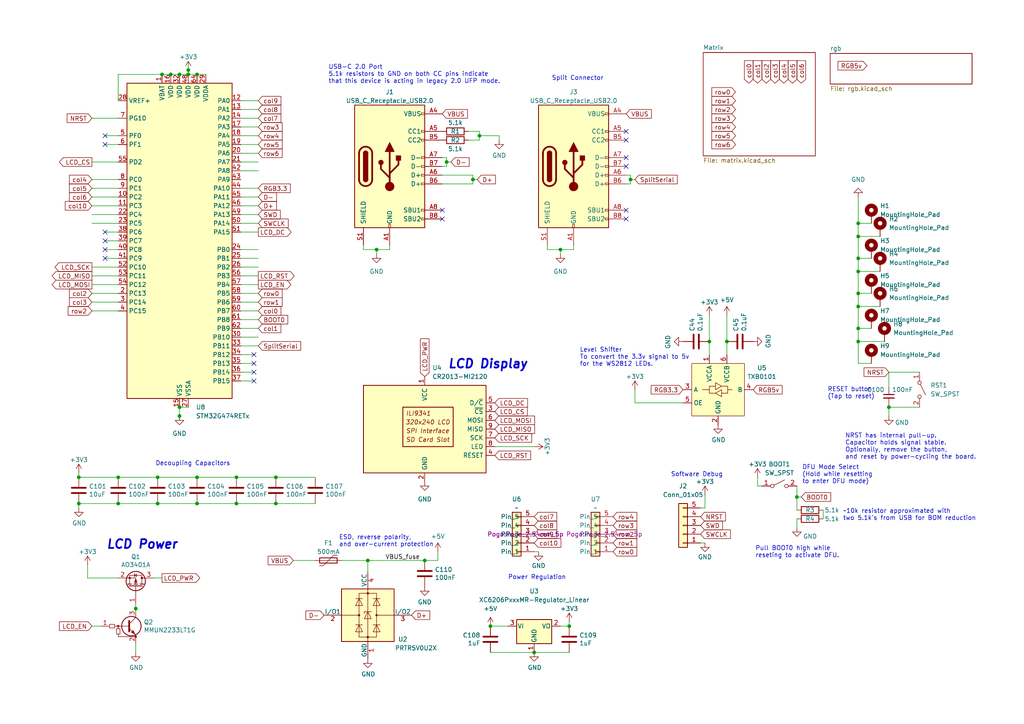
<source format=kicad_sch>
(kicad_sch (version 20231120) (generator "eeschema") (generator_version "8.0")
  (paper "A4")
  (junction (at 248.92 74.93))
  (junction (at 205.74 99.06))
  (junction (at 22.86 138.43))
  (junction (at 162.56 72.39))
  (junction (at 34.29 146.05))
  (junction (at 139.065 39.37))
  (junction (at 45.72 138.43))
  (junction (at 68.58 138.43))
  (junction (at 52.07 118.11))
  (junction (at 57.15 146.05))
  (junction (at 54.61 20.32))
  (junction (at 22.86 146.05))
  (junction (at 137.16 52.07))
  (junction (at 129.54 46.99))
  (junction (at 248.92 95.25))
  (junction (at 106.68 162.56))
  (junction (at 34.29 138.43))
  (junction (at 57.15 138.43))
  (junction (at 57.15 21.59))
  (junction (at 248.92 78.74))
  (junction (at 248.92 64.77))
  (junction (at 68.58 146.05))
  (junction (at 248.92 88.9))
  (junction (at 52.07 21.59))
  (junction (at 231.14 144.145))
  (junction (at 52.07 120.65))
  (junction (at 210.82 99.06))
  (junction (at 49.53 21.59))
  (junction (at 248.92 85.09))
  (junction (at 54.61 21.59))
  (junction (at 154.94 189.23) (diameter 0.9144))
  (junction (at 123.19 162.56))
  (junction (at 80.01 138.43))
  (junction (at 46.99 21.59))
  (junction (at 39.37 176.53))
  (junction (at 257.81 118.11))
  (junction (at 165.1 181.61))
  (junction (at 45.72 146.05))
  (junction (at 248.92 99.06))
  (junction (at 80.01 146.05))
  (junction (at 109.22 72.39))
  (junction (at 248.92 68.58))
  (junction (at 142.24 181.61))
  (junction (at 182.88 52.07))
  (no_connect (at 30.48 67.31))
  (no_connect (at 73.66 110.49))
  (no_connect (at 181.61 48.26))
  (no_connect (at 128.27 60.96))
  (no_connect (at 30.48 39.37))
  (no_connect (at 181.61 63.5))
  (no_connect (at 73.66 102.87))
  (no_connect (at 30.48 41.91))
  (no_connect (at 128.27 63.5))
  (no_connect (at 30.48 74.93))
  (no_connect (at 181.61 38.1))
  (no_connect (at 181.61 40.64))
  (no_connect (at 181.61 45.72))
  (no_connect (at 30.48 69.85))
  (no_connect (at 181.61 60.96))
  (no_connect (at 73.66 105.41))
  (no_connect (at 30.48 72.39))
  (no_connect (at 73.66 107.95))
  (wire (pts (xy 69.85 46.99) (xy 74.93 46.99)))
  (wire (pts (xy 74.93 90.17) (xy 69.85 90.17)))
  (wire (pts (xy 248.92 88.9) (xy 248.92 85.09)))
  (wire (pts (xy 49.53 21.59) (xy 52.07 21.59)))
  (wire (pts (xy 52.07 21.59) (xy 54.61 21.59)))
  (wire (pts (xy 123.19 162.56) (xy 127 162.56)))
  (wire (pts (xy 248.92 95.25) (xy 248.92 88.9)))
  (wire (pts (xy 30.48 74.93) (xy 34.29 74.93)))
  (wire (pts (xy 34.29 146.05) (xy 22.86 146.05)))
  (wire (pts (xy 74.93 74.93) (xy 69.85 74.93)))
  (wire (pts (xy 69.85 67.31) (xy 74.93 67.31)))
  (wire (pts (xy 162.56 73.66) (xy 162.56 72.39)))
  (wire (pts (xy 39.37 176.53) (xy 39.37 177.8)))
  (wire (pts (xy 248.92 57.15) (xy 248.92 64.77)))
  (wire (pts (xy 39.37 175.26) (xy 39.37 176.53)))
  (wire (pts (xy 127 160.02) (xy 127 162.56)))
  (wire (pts (xy 129.54 45.72) (xy 129.54 46.99)))
  (wire (pts (xy 144.78 39.37) (xy 144.78 40.64)))
  (wire (pts (xy 45.72 146.05) (xy 57.15 146.05)))
  (wire (pts (xy 205.74 91.44) (xy 205.74 99.06)))
  (wire (pts (xy 30.48 41.91) (xy 34.29 41.91)))
  (wire (pts (xy 248.92 74.93) (xy 248.92 68.58)))
  (wire (pts (xy 69.85 44.45) (xy 74.93 44.45)))
  (wire (pts (xy 248.92 78.74) (xy 248.92 74.93)))
  (wire (pts (xy 137.16 53.34) (xy 137.16 52.07)))
  (wire (pts (xy 128.27 50.8) (xy 137.16 50.8)))
  (wire (pts (xy 54.61 21.59) (xy 57.15 21.59)))
  (wire (pts (xy 69.85 92.71) (xy 74.93 92.71)))
  (wire (pts (xy 57.15 138.43) (xy 68.58 138.43)))
  (wire (pts (xy 26.67 59.69) (xy 34.29 59.69)))
  (wire (pts (xy 74.93 82.55) (xy 69.85 82.55)))
  (wire (pts (xy 204.47 143.51) (xy 204.47 147.32)))
  (wire (pts (xy 57.15 21.59) (xy 59.69 21.59)))
  (wire (pts (xy 30.48 67.31) (xy 34.29 67.31)))
  (wire (pts (xy 184.15 116.84) (xy 198.12 116.84)))
  (wire (pts (xy 26.67 77.47) (xy 34.29 77.47)))
  (wire (pts (xy 26.67 64.77) (xy 34.29 64.77)))
  (wire (pts (xy 69.85 57.15) (xy 74.93 57.15)))
  (wire (pts (xy 139.065 40.64) (xy 139.065 39.37)))
  (wire (pts (xy 248.92 99.06) (xy 248.92 105.41)))
  (wire (pts (xy 248.92 105.41) (xy 252.73 105.41)))
  (wire (pts (xy 26.67 80.01) (xy 34.29 80.01)))
  (wire (pts (xy 52.07 118.11) (xy 54.61 118.11)))
  (wire (pts (xy 74.93 87.63) (xy 69.85 87.63)))
  (wire (pts (xy 158.75 72.39) (xy 162.56 72.39)))
  (wire (pts (xy 69.85 54.61) (xy 74.93 54.61)))
  (wire (pts (xy 25.4 163.83) (xy 25.4 167.64)))
  (wire (pts (xy 69.85 41.91) (xy 74.93 41.91)))
  (wire (pts (xy 154.94 189.23) (xy 165.1 189.23)))
  (wire (pts (xy 231.14 140.97) (xy 231.14 144.145)))
  (wire (pts (xy 74.93 85.09) (xy 69.85 85.09)))
  (wire (pts (xy 248.92 78.74) (xy 255.27 78.74)))
  (wire (pts (xy 139.065 39.37) (xy 144.78 39.37)))
  (wire (pts (xy 57.15 146.05) (xy 68.58 146.05)))
  (wire (pts (xy 165.1 180.34) (xy 165.1 181.61)))
  (wire (pts (xy 69.85 49.53) (xy 74.93 49.53)))
  (wire (pts (xy 248.92 95.25) (xy 248.92 99.06)))
  (wire (pts (xy 69.85 29.21) (xy 74.93 29.21)))
  (wire (pts (xy 69.85 110.49) (xy 73.66 110.49)))
  (wire (pts (xy 204.47 147.32) (xy 203.2 147.32)))
  (wire (pts (xy 26.67 62.23) (xy 34.29 62.23)))
  (wire (pts (xy 181.61 50.8) (xy 182.88 50.8)))
  (wire (pts (xy 69.85 64.77) (xy 74.93 64.77)))
  (wire (pts (xy 30.48 72.39) (xy 34.29 72.39)))
  (wire (pts (xy 128.27 53.34) (xy 137.16 53.34)))
  (wire (pts (xy 26.67 46.99) (xy 34.29 46.99)))
  (wire (pts (xy 69.85 31.75) (xy 74.93 31.75)))
  (wire (pts (xy 39.37 186.69) (xy 39.37 189.23)))
  (wire (pts (xy 69.85 34.29) (xy 74.93 34.29)))
  (wire (pts (xy 238.76 147.955) (xy 238.76 150.495)))
  (wire (pts (xy 34.29 29.21) (xy 34.29 21.59)))
  (wire (pts (xy 129.54 46.99) (xy 129.54 48.26)))
  (wire (pts (xy 68.58 146.05) (xy 80.01 146.05)))
  (wire (pts (xy 184.15 116.84) (xy 184.15 113.03)))
  (wire (pts (xy 45.72 138.43) (xy 34.29 138.43)))
  (wire (pts (xy 210.82 91.44) (xy 210.82 99.06)))
  (wire (pts (xy 256.54 99.06) (xy 248.92 99.06)))
  (wire (pts (xy 52.07 120.65) (xy 52.07 121.92)))
  (wire (pts (xy 142.24 181.61) (xy 147.32 181.61)))
  (wire (pts (xy 45.72 138.43) (xy 57.15 138.43)))
  (wire (pts (xy 34.29 138.43) (xy 22.86 138.43)))
  (wire (pts (xy 162.56 181.61) (xy 165.1 181.61)))
  (wire (pts (xy 85.09 162.56) (xy 91.44 162.56)))
  (wire (pts (xy 257.81 107.95) (xy 257.81 112.395)))
  (wire (pts (xy 46.99 21.59) (xy 49.53 21.59)))
  (wire (pts (xy 69.85 39.37) (xy 74.93 39.37)))
  (wire (pts (xy 231.14 144.145) (xy 231.14 147.955)))
  (wire (pts (xy 69.85 100.33) (xy 74.93 100.33)))
  (wire (pts (xy 68.58 138.43) (xy 80.01 138.43)))
  (wire (pts (xy 29.21 181.61) (xy 26.67 181.61)))
  (wire (pts (xy 128.27 48.26) (xy 129.54 48.26)))
  (wire (pts (xy 182.88 52.07) (xy 184.15 52.07)))
  (wire (pts (xy 231.14 150.495) (xy 231.14 153.035)))
  (wire (pts (xy 257.81 107.95) (xy 266.7 107.95)))
  (wire (pts (xy 158.75 71.12) (xy 158.75 72.39)))
  (wire (pts (xy 74.93 97.79) (xy 69.85 97.79)))
  (wire (pts (xy 80.01 146.05) (xy 91.44 146.05)))
  (wire (pts (xy 257.81 118.11) (xy 266.7 118.11)))
  (wire (pts (xy 113.03 72.39) (xy 113.03 71.12)))
  (wire (pts (xy 137.16 50.8) (xy 137.16 52.07)))
  (wire (pts (xy 203.2 157.48) (xy 204.47 157.48)))
  (wire (pts (xy 248.92 88.9) (xy 255.27 88.9)))
  (wire (pts (xy 105.41 72.39) (xy 109.22 72.39)))
  (wire (pts (xy 106.68 162.56) (xy 123.19 162.56)))
  (wire (pts (xy 182.88 53.34) (xy 182.88 52.07)))
  (wire (pts (xy 248.92 64.77) (xy 252.73 64.77)))
  (wire (pts (xy 69.85 102.87) (xy 73.66 102.87)))
  (wire (pts (xy 231.14 144.145) (xy 232.41 144.145)))
  (wire (pts (xy 69.85 62.23) (xy 74.93 62.23)))
  (wire (pts (xy 129.54 46.99) (xy 130.81 46.99)))
  (wire (pts (xy 54.61 17.78) (xy 54.61 20.32)))
  (wire (pts (xy 26.67 90.17) (xy 34.29 90.17)))
  (wire (pts (xy 137.16 52.07) (xy 138.43 52.07)))
  (wire (pts (xy 26.67 82.55) (xy 34.29 82.55)))
  (wire (pts (xy 182.88 50.8) (xy 182.88 52.07)))
  (wire (pts (xy 26.67 54.61) (xy 34.29 54.61)))
  (wire (pts (xy 154.94 189.23) (xy 142.24 189.23)))
  (wire (pts (xy 69.85 107.95) (xy 73.66 107.95)))
  (wire (pts (xy 26.67 52.07) (xy 34.29 52.07)))
  (wire (pts (xy 154.94 160.02) (xy 156.21 160.02)))
  (wire (pts (xy 74.93 72.39) (xy 69.85 72.39)))
  (wire (pts (xy 80.01 138.43) (xy 91.44 138.43)))
  (wire (pts (xy 30.48 39.37) (xy 34.29 39.37)))
  (wire (pts (xy 128.27 45.72) (xy 129.54 45.72)))
  (wire (pts (xy 74.93 77.47) (xy 69.85 77.47)))
  (wire (pts (xy 220.98 140.97) (xy 219.71 140.97)))
  (wire (pts (xy 109.22 72.39) (xy 113.03 72.39)))
  (wire (pts (xy 69.85 59.69) (xy 74.93 59.69)))
  (wire (pts (xy 74.93 95.25) (xy 69.85 95.25)))
  (wire (pts (xy 248.92 68.58) (xy 255.27 68.58)))
  (wire (pts (xy 205.74 99.06) (xy 205.74 102.87)))
  (wire (pts (xy 34.29 21.59) (xy 46.99 21.59)))
  (wire (pts (xy 54.61 20.32) (xy 54.61 21.59)))
  (wire (pts (xy 109.22 73.66) (xy 109.22 72.39)))
  (wire (pts (xy 30.48 69.85) (xy 34.29 69.85)))
  (wire (pts (xy 44.45 167.64) (xy 46.99 167.64)))
  (wire (pts (xy 22.86 147.32) (xy 22.86 146.05)))
  (wire (pts (xy 69.85 80.01) (xy 74.93 80.01)))
  (wire (pts (xy 166.37 72.39) (xy 166.37 71.12)))
  (wire (pts (xy 52.07 118.11) (xy 52.07 120.65)))
  (wire (pts (xy 25.4 167.64) (xy 34.29 167.64)))
  (wire (pts (xy 135.89 40.64) (xy 139.065 40.64)))
  (wire (pts (xy 252.73 95.25) (xy 248.92 95.25)))
  (wire (pts (xy 26.67 57.15) (xy 34.29 57.15)))
  (wire (pts (xy 69.85 36.83) (xy 74.93 36.83)))
  (wire (pts (xy 26.67 87.63) (xy 34.29 87.63)))
  (wire (pts (xy 105.41 71.12) (xy 105.41 72.39)))
  (wire (pts (xy 26.67 85.09) (xy 34.29 85.09)))
  (wire (pts (xy 257.81 118.11) (xy 257.81 117.475)))
  (wire (pts (xy 248.92 74.93) (xy 252.73 74.93)))
  (wire (pts (xy 162.56 72.39) (xy 166.37 72.39)))
  (wire (pts (xy 210.82 99.06) (xy 210.82 102.87)))
  (wire (pts (xy 135.89 38.1) (xy 139.065 38.1)))
  (wire (pts (xy 45.72 146.05) (xy 34.29 146.05)))
  (wire (pts (xy 26.67 34.29) (xy 34.29 34.29)))
  (wire (pts (xy 248.92 85.09) (xy 248.92 78.74)))
  (wire (pts (xy 248.92 68.58) (xy 248.92 64.77)))
  (wire (pts (xy 257.81 120.65) (xy 257.81 118.11)))
  (wire (pts (xy 143.51 129.54) (xy 154.94 129.54)))
  (wire (pts (xy 22.86 137.16) (xy 22.86 138.43)))
  (wire (pts (xy 219.71 138.43) (xy 219.71 140.97)))
  (wire (pts (xy 106.68 162.56) (xy 106.68 165.735)))
  (wire (pts (xy 99.06 162.56) (xy 106.68 162.56)))
  (wire (pts (xy 139.065 39.37) (xy 139.065 38.1)))
  (wire (pts (xy 69.85 105.41) (xy 73.66 105.41)))
  (wire (pts (xy 181.61 53.34) (xy 182.88 53.34)))
  (wire (pts (xy 248.92 85.09) (xy 252.73 85.09)))
  (text "~10k resistor approximated with\ntwo 5.1k's from USB for BOM reduction" (at 244.475 151.13 0) (effects (font (size 1.27 1.27)) (justify left bottom)))
  (text "LCD Power" (at 30.734 159.512 0) (effects (font (size 2.54 2.54) (thickness 0.508) (bold yes) (italic yes)) (justify left bottom)))
  (text "RESET button\n(Tap to reset)" (at 240.03 115.824 0) (effects (font (size 1.27 1.27)) (justify left bottom)))
  (text "Power Regulation" (at 147.32 168.275 0) (effects (font (size 1.27 1.27)) (justify left bottom)))
  (text "USB-C 2.0 Port\n5.1k resistors to GND on both CC pins indicate\nthat this device is acting in legacy 2.0 UFP mode." (at 95.25 24.384 0) (effects (font (size 1.27 1.27)) (justify left bottom)))
  (text "ESD, reverse polarity,\nand over-current protection" (at 98.298 158.75 0) (effects (font (size 1.27 1.27)) (justify left bottom)))
  (text "Split Connector" (at 160.02 23.495 0) (effects (font (size 1.27 1.27)) (justify left bottom)))
  (text "Software Debug" (at 194.564 138.43 0) (effects (font (size 1.27 1.27)) (justify left bottom)))
  (text "Decoupling Capacitors" (at 45.085 135.255 0) (effects (font (size 1.27 1.27)) (justify left bottom)))
  (text "NRST has internal pull-up.\nCapacitor holds signal stable.\nOptionally, remove the button,\nand reset by power-cycling the board." (at 245.11 133.35 0) (effects (font (size 1.27 1.27)) (justify left bottom)))
  (text "Pull BOOT0 high while \nreseting to activate DFU." (at 219.075 161.925 0) (effects (font (size 1.27 1.27)) (justify left bottom)))
  (text "Level Shifter\nTo convert the 3.3v signal to 5v\nfor the WS2812 LEDs." (at 168.148 106.426 0) (effects (font (size 1.27 1.27)) (justify left bottom)))
  (text "LCD Display" (at 129.794 107.188 0) (effects (font (size 2.54 2.54) (thickness 0.508) (bold yes) (italic yes)) (justify left bottom)))
  (text "DFU Mode Select\n(Hold while resetting\nto enter DFU mode)" (at 232.664 140.462 0) (effects (font (size 1.27 1.27)) (justify left bottom)))
  (label "VBUS_fuse" (at 111.76 162.56 0))
  (global_label "RGB5v" (shape input) (at 218.44 113.03 0) (property "Intersheetrefs" "${INTERSHEET_REFS}" (effects (hide yes))))
  (global_label "LCD_MISO" (shape input) (at 143.51 124.46 0) (property "Intersheetrefs" "${INTERSHEET_REFS}" (effects (hide yes))))
  (global_label "VBUS" (shape input) (at 181.61 33.02 0) (property "Intersheetrefs" "${INTERSHEET_REFS}" (effects (hide yes))))
  (global_label "LCD_RST" (shape output) (at 74.93 80.01 0) (property "Intersheetrefs" "${INTERSHEET_REFS}" (effects (hide yes))))
  (global_label "row1" (shape input) (at 213.36 29.21 180) (property "Intersheetrefs" "${INTERSHEET_REFS}" (effects (hide yes))))
  (global_label "row2" (shape input) (at 26.67 90.17 180) (property "Intersheetrefs" "${INTERSHEET_REFS}" (effects (hide yes))))
  (global_label "LCD_MISO" (shape output) (at 26.67 80.01 180) (property "Intersheetrefs" "${INTERSHEET_REFS}" (effects (hide yes))))
  (global_label "row2" (shape input) (at 213.36 31.75 180) (property "Intersheetrefs" "${INTERSHEET_REFS}" (effects (hide yes))))
  (global_label "RGB3.3" (shape input) (at 198.12 113.03 180) (property "Intersheetrefs" "${INTERSHEET_REFS}" (effects (hide yes))))
  (global_label "col9" (shape input) (at 74.93 29.21 0) (property "Intersheetrefs" "${INTERSHEET_REFS}" (effects (hide yes))))
  (global_label "row0" (shape input) (at 177.8 160.02 0) (property "Intersheetrefs" "${INTERSHEET_REFS}" (effects (hide yes))))
  (global_label "LCD_PWR" (shape input) (at 123.19 109.22 90) (property "Intersheetrefs" "${INTERSHEET_REFS}" (effects (hide yes))))
  (global_label "SWCLK" (shape input) (at 203.2 154.94 0) (property "Intersheetrefs" "${INTERSHEET_REFS}" (effects (hide yes))))
  (global_label "col10" (shape input) (at 154.94 157.48 0) (property "Intersheetrefs" "${INTERSHEET_REFS}" (effects (hide yes))))
  (global_label "NRST" (shape input) (at 257.81 107.95 180) (property "Intersheetrefs" "${INTERSHEET_REFS}" (effects (hide yes))))
  (global_label "SWCLK" (shape input) (at 74.93 64.77 0) (property "Intersheetrefs" "${INTERSHEET_REFS}" (effects (hide yes))))
  (global_label "SplitSerial" (shape input) (at 74.93 100.33 0) (property "Intersheetrefs" "${INTERSHEET_REFS}" (effects (hide yes))))
  (global_label "row3" (shape input) (at 177.8 152.4 0) (property "Intersheetrefs" "${INTERSHEET_REFS}" (effects (hide yes))))
  (global_label "row1" (shape input) (at 177.8 157.48 0) (property "Intersheetrefs" "${INTERSHEET_REFS}" (effects (hide yes))))
  (global_label "VBUS" (shape input) (at 128.27 33.02 0) (property "Intersheetrefs" "${INTERSHEET_REFS}" (effects (hide yes))))
  (global_label "LCD_CS" (shape input) (at 143.51 119.38 0) (property "Intersheetrefs" "${INTERSHEET_REFS}" (effects (hide yes))))
  (global_label "LCD_PWR" (shape output) (at 46.99 167.64 0) (property "Intersheetrefs" "${INTERSHEET_REFS}" (effects (hide yes))))
  (global_label "col8" (shape input) (at 154.94 152.4 0) (property "Intersheetrefs" "${INTERSHEET_REFS}" (effects (hide yes))))
  (global_label "row4" (shape input) (at 74.93 39.37 0) (property "Intersheetrefs" "${INTERSHEET_REFS}" (effects (hide yes))))
  (global_label "row0" (shape input) (at 74.93 85.09 0) (property "Intersheetrefs" "${INTERSHEET_REFS}" (effects (hide yes))))
  (global_label "col6" (shape input) (at 232.41 24.13 90) (property "Intersheetrefs" "${INTERSHEET_REFS}" (effects (hide yes))))
  (global_label "BOOT0" (shape input) (at 232.41 144.145 0) (property "Intersheetrefs" "${INTERSHEET_REFS}" (effects (hide yes))))
  (global_label "LCD_CS" (shape output) (at 26.67 46.99 180) (property "Intersheetrefs" "${INTERSHEET_REFS}" (effects (hide yes))))
  (global_label "LCD_EN" (shape output) (at 74.93 82.55 0) (property "Intersheetrefs" "${INTERSHEET_REFS}" (effects (hide yes))))
  (global_label "col7" (shape input) (at 154.94 149.86 0) (property "Intersheetrefs" "${INTERSHEET_REFS}" (effects (hide yes))))
  (global_label "D-" (shape input) (at 74.93 57.15 0) (property "Intersheetrefs" "${INTERSHEET_REFS}" (effects (hide yes))))
  (global_label "col5" (shape input) (at 229.87 24.13 90) (property "Intersheetrefs" "${INTERSHEET_REFS}" (effects (hide yes))))
  (global_label "col3" (shape input) (at 26.67 87.63 180) (property "Intersheetrefs" "${INTERSHEET_REFS}" (effects (hide yes))))
  (global_label "row4" (shape input) (at 213.36 36.83 180) (property "Intersheetrefs" "${INTERSHEET_REFS}" (effects (hide yes))))
  (global_label "col2" (shape input) (at 26.67 85.09 180) (property "Intersheetrefs" "${INTERSHEET_REFS}" (effects (hide yes))))
  (global_label "row2" (shape input) (at 177.8 154.94 0) (property "Intersheetrefs" "${INTERSHEET_REFS}" (effects (hide yes))))
  (global_label "col6" (shape input) (at 26.67 57.15 180) (property "Intersheetrefs" "${INTERSHEET_REFS}" (effects (hide yes))))
  (global_label "col8" (shape input) (at 74.93 31.75 0) (property "Intersheetrefs" "${INTERSHEET_REFS}" (effects (hide yes))))
  (global_label "SWD" (shape input) (at 203.2 152.4 0) (property "Intersheetrefs" "${INTERSHEET_REFS}" (effects (hide yes))))
  (global_label "RGB5v" (shape input) (at 251.46 19.05 180) (property "Intersheetrefs" "${INTERSHEET_REFS}" (effects (hide yes))))
  (global_label "col7" (shape input) (at 74.93 34.29 0) (property "Intersheetrefs" "${INTERSHEET_REFS}" (effects (hide yes))))
  (global_label "RGB3.3" (shape input) (at 74.93 54.61 0) (property "Intersheetrefs" "${INTERSHEET_REFS}" (effects (hide yes))))
  (global_label "LCD_SCK" (shape output) (at 26.67 77.47 180) (property "Intersheetrefs" "${INTERSHEET_REFS}" (effects (hide yes))))
  (global_label "NRST" (shape input) (at 203.2 149.86 0) (property "Intersheetrefs" "${INTERSHEET_REFS}" (effects (hide yes))))
  (global_label "col9" (shape input) (at 154.94 154.94 0) (property "Intersheetrefs" "${INTERSHEET_REFS}" (effects (hide yes))))
  (global_label "D-" (shape input) (at 130.81 46.99 0) (property "Intersheetrefs" "${INTERSHEET_REFS}" (effects (hide yes))))
  (global_label "col10" (shape input) (at 26.67 59.69 180) (property "Intersheetrefs" "${INTERSHEET_REFS}" (effects (hide yes))))
  (global_label "col2" (shape input) (at 222.25 24.13 90) (property "Intersheetrefs" "${INTERSHEET_REFS}" (effects (hide yes))))
  (global_label "row5" (shape input) (at 213.36 39.37 180) (property "Intersheetrefs" "${INTERSHEET_REFS}" (effects (hide yes))))
  (global_label "row3" (shape input) (at 213.36 34.29 180) (property "Intersheetrefs" "${INTERSHEET_REFS}" (effects (hide yes))))
  (global_label "row5" (shape input) (at 74.93 41.91 0) (property "Intersheetrefs" "${INTERSHEET_REFS}" (effects (hide yes))))
  (global_label "LCD_MOSI" (shape input) (at 143.51 121.92 0) (property "Intersheetrefs" "${INTERSHEET_REFS}" (effects (hide yes))))
  (global_label "LCD_DC" (shape input) (at 143.51 116.84 0) (property "Intersheetrefs" "${INTERSHEET_REFS}" (effects (hide yes))))
  (global_label "row4" (shape input) (at 177.8 149.86 0) (property "Intersheetrefs" "${INTERSHEET_REFS}" (effects (hide yes))))
  (global_label "col3" (shape input) (at 224.79 24.13 90) (property "Intersheetrefs" "${INTERSHEET_REFS}" (effects (hide yes))))
  (global_label "D+" (shape input) (at 74.93 59.69 0) (property "Intersheetrefs" "${INTERSHEET_REFS}" (effects (hide yes))))
  (global_label "LCD_EN" (shape input) (at 26.67 181.61 180) (property "Intersheetrefs" "${INTERSHEET_REFS}" (effects (hide yes))))
  (global_label "NRST" (shape input) (at 26.67 34.29 180) (property "Intersheetrefs" "${INTERSHEET_REFS}" (effects (hide yes))))
  (global_label "col1" (shape input) (at 219.71 24.13 90) (property "Intersheetrefs" "${INTERSHEET_REFS}" (effects (hide yes))))
  (global_label "BOOT0" (shape input) (at 74.93 92.71 0) (property "Intersheetrefs" "${INTERSHEET_REFS}" (effects (hide yes))))
  (global_label "row6" (shape input) (at 213.36 41.91 180) (property "Intersheetrefs" "${INTERSHEET_REFS}" (effects (hide yes))))
  (global_label "D+" (shape input) (at 138.43 52.07 0) (property "Intersheetrefs" "${INTERSHEET_REFS}" (effects (hide yes))))
  (global_label "col4" (shape input) (at 227.33 24.13 90) (property "Intersheetrefs" "${INTERSHEET_REFS}" (effects (hide yes))))
  (global_label "col0" (shape input) (at 217.17 24.13 90) (property "Intersheetrefs" "${INTERSHEET_REFS}" (effects (hide yes))))
  (global_label "D+" (shape input) (at 119.38 178.435 0) (property "Intersheetrefs" "${INTERSHEET_REFS}" (effects (hide yes))))
  (global_label "D-" (shape input) (at 93.98 178.435 180) (property "Intersheetrefs" "${INTERSHEET_REFS}" (effects (hide yes))))
  (global_label "col0" (shape input) (at 74.93 90.17 0) (property "Intersheetrefs" "${INTERSHEET_REFS}" (effects (hide yes))))
  (global_label "row6" (shape input) (at 74.93 44.45 0) (property "Intersheetrefs" "${INTERSHEET_REFS}" (effects (hide yes))))
  (global_label "LCD_MOSI" (shape output) (at 26.67 82.55 180) (property "Intersheetrefs" "${INTERSHEET_REFS}" (effects (hide yes))))
  (global_label "SplitSerial" (shape input) (at 184.15 52.07 0) (property "Intersheetrefs" "${INTERSHEET_REFS}" (effects (hide yes))))
  (global_label "LCD_SCK" (shape input) (at 143.51 127 0) (property "Intersheetrefs" "${INTERSHEET_REFS}" (effects (hide yes))))
  (global_label "SWD" (shape input) (at 74.93 62.23 0) (property "Intersheetrefs" "${INTERSHEET_REFS}" (effects (hide yes))))
  (global_label "col4" (shape input) (at 26.67 52.07 180) (property "Intersheetrefs" "${INTERSHEET_REFS}" (effects (hide yes))))
  (global_label "row0" (shape input) (at 213.36 26.67 180) (property "Intersheetrefs" "${INTERSHEET_REFS}" (effects (hide yes))))
  (global_label "LCD_RST" (shape input) (at 143.51 132.08 0) (property "Intersheetrefs" "${INTERSHEET_REFS}" (effects (hide yes))))
  (global_label "row3" (shape input) (at 74.93 36.83 0) (property "Intersheetrefs" "${INTERSHEET_REFS}" (effects (hide yes))))
  (global_label "col1" (shape input) (at 74.93 95.25 0) (property "Intersheetrefs" "${INTERSHEET_REFS}" (effects (hide yes))))
  (global_label "row1" (shape input) (at 74.93 87.63 0) (property "Intersheetrefs" "${INTERSHEET_REFS}" (effects (hide yes))))
  (global_label "LCD_DC" (shape output) (at 74.93 67.31 0) (property "Intersheetrefs" "${INTERSHEET_REFS}" (effects (hide yes))))
  (global_label "VBUS" (shape input) (at 85.09 162.56 180) (property "Intersheetrefs" "${INTERSHEET_REFS}" (effects (hide yes))))
  (global_label "col5" (shape input) (at 26.67 54.61 180) (property "Intersheetrefs" "${INTERSHEET_REFS}" (effects (hide yes))))
  (symbol (lib_id "power:+3V3") (at 205.74 91.44 0) (unit 1)
    (property "Reference" "#PWR060" (effects (hide yes)))
    (property "Value" "+3V3" (at 205.74 87.63 0))
  )
  (symbol (lib_id "power:GND") (at 154.94 189.23 0) (unit 1)
    (property "Reference" "#PWR015" (effects (hide yes)))
    (property "Value" "GND" (at 155.067 193.6242 0))
  )
  (symbol (lib_id "power:+5V") (at 142.24 181.61 0) (unit 1)
    (property "Reference" "#PWR013" (effects (hide yes)))
    (property "Value" "+5V" (at 142.24 176.53 0))
  )
  (symbol (lib_id "Device:C") (at 165.1 185.42 0) (unit 1)
    (property "Reference" "C109" (at 168.021 184.2516 0) (effects (justify left)))
    (property "Value" "1uF" (at 168.021 186.563 0) (effects (justify left)))
    (property "Footprint" "Capacitor_SMD:C_0402_1005Metric" (effects (hide yes)))
    (property "LCSC" "C307331" (effects (hide yes)))
  )
  (symbol (lib_id "Device:C") (at 68.58 142.24 0) (unit 1)
    (property "Reference" "C105" (at 71.501 141.0716 0) (effects (justify left)))
    (property "Value" "100nF" (at 71.501 143.383 0) (effects (justify left)))
    (property "Footprint" "Capacitor_SMD:C_0402_1005Metric" (effects (hide yes)))
    (property "LCSC" "C307331" (effects (hide yes)))
  )
  (symbol (lib_id "power:GND") (at 123.19 170.18 0) (unit 1)
    (property "Reference" "#PWR010" (effects (hide yes)))
    (property "Value" "GND" (at 123.19 174.625 0))
  )
  (symbol (lib_id "Transistor_FET:AO3401A") (at 39.37 170.18 270) (mirror x) (unit 1)
    (property "Reference" "Q1" (at 39.37 161.4932 90))
    (property "Value" "AO3401A" (at 39.37 163.8046 90))
    (property "Footprint" "Package_TO_SOT_SMD:SOT-23-3" (effects (hide yes)))
  )
  (symbol (lib_id "power:+3V3") (at 184.15 113.03 0) (unit 1)
    (property "Reference" "#PWR063" (effects (hide yes)))
    (property "Value" "+3V3" (at 184.15 109.22 0))
  )
  (symbol (lib_id "Device:C") (at 91.44 142.24 0) (unit 1)
    (property "Reference" "C107" (at 94.361 141.0716 0) (effects (justify left)))
    (property "Value" "100nF" (at 94.361 143.383 0) (effects (justify left)))
    (property "Footprint" "Capacitor_SMD:C_0402_1005Metric" (effects (hide yes)))
    (property "LCSC" "C307331" (effects (hide yes)))
  )
  (symbol (lib_id "Device:C") (at 123.19 166.37 0) (unit 1)
    (property "Reference" "C110" (at 126.111 165.2016 0) (effects (justify left)))
    (property "Value" "100nF" (at 126.111 167.513 0) (effects (justify left)))
    (property "Footprint" "Capacitor_SMD:C_0402_1005Metric" (effects (hide yes)))
    (property "LCSC" "C307331" (effects (hide yes)))
  )
  (symbol (lib_id "Driver_Display:CR2013-MI2120") (at 123.19 124.46 0) (unit 1)
    (property "Reference" "U4" (at 125.3841 106.68 0) (effects (justify left)))
    (property "Value" "CR2013-MI2120" (at 125.3841 109.22 0) (effects (justify left)))
    (property "Footprint" "Display:CR2013-MI2120" (effects (hide yes)))
    (property "Datasheet" "http://pan.baidu.com/s/11Y990" (effects (hide yes)))
    (property "Description" "ILI9341 controller, SPI TFT LCD Display, 9-pin breakout PCB, 4-pin SD card interface, 5V/3.3V" (effects (hide yes)))
  )
  (symbol (lib_id "Device:C") (at 57.15 142.24 0) (unit 1)
    (property "Reference" "C104" (at 60.071 141.0716 0) (effects (justify left)))
    (property "Value" "100nF" (at 60.071 143.383 0) (effects (justify left)))
    (property "Footprint" "Capacitor_SMD:C_0402_1005Metric" (effects (hide yes)))
    (property "LCSC" "C307331" (effects (hide yes)))
  )
  (symbol (lib_id "Device:C_Small") (at 257.81 114.935 0) (mirror y) (unit 1)
    (property "Reference" "C100" (at 256.54 113.03 0) (effects (justify left)))
    (property "Value" "100nF" (at 264.795 113.03 0) (effects (justify left)))
    (property "Footprint" "Capacitor_SMD:C_0402_1005Metric" (effects (hide yes)))
    (property "LCSC" "C307331" (effects (hide yes)))
  )
  (symbol (lib_id "Device:R") (at 234.95 147.955 90) (unit 1)
    (property "Reference" "R3" (at 234.95 147.955 90))
    (property "Value" "5.1k" (at 241.3 147.955 90))
    (property "Footprint" "Resistor_SMD:R_0402_1005Metric" (effects (hide yes)))
  )
  (symbol (lib_id "Mechanical:MountingHole_Pad") (at 252.73 102.87 0) (unit 1) (exclude_from_sim yes) (in_bom no)
    (property "Reference" "H9" (at 255.27 100.3299 0) (effects (justify left)))
    (property "Value" "MountingHole_Pad" (at 255.27 102.8699 0) (effects (justify left)))
    (property "Footprint" "MountingHole:MountingHole_3.2mm_M3_DIN965_Pad" (effects (hide yes)))
    (property "Description" "Mounting Hole with connection" (effects (hide yes)))
  )
  (symbol (lib_id "Device:C") (at 34.29 142.24 0) (unit 1)
    (property "Reference" "C102" (at 37.211 141.0716 0) (effects (justify left)))
    (property "Value" "100nF" (at 37.211 143.383 0) (effects (justify left)))
    (property "Footprint" "Capacitor_SMD:C_0402_1005Metric" (effects (hide yes)))
    (property "LCSC" "C307331" (effects (hide yes)))
  )
  (symbol (lib_id "Connector:USB_C_Receptacle_USB2.0") (at 113.03 48.26 0) (unit 1)
    (property "Reference" "J1" (at 113.03 26.67 0))
    (property "Value" "USB_C_Receptacle_USB2.0" (at 113.03 29.21 0))
    (property "Footprint" "PCM_marbastlib-various:USB_C_Receptacle_HRO_TYPE-C-31-M-14" (effects (hide yes)))
    (property "Datasheet" "https://www.usb.org/sites/default/files/documents/usb_type-c.zip" (effects (hide yes)))
    (property "JlcRotOffset" "180" (effects (hide yes)))
    (property "JlcPosOffset" "0,1.5" (effects (hide yes)))
  )
  (symbol (lib_id "Mechanical:MountingHole_Pad") (at 256.54 96.52 0) (unit 1) (exclude_from_sim yes) (in_bom no)
    (property "Reference" "H8" (at 259.08 93.9799 0) (effects (justify left)))
    (property "Value" "MountingHole_Pad" (at 259.08 96.5199 0) (effects (justify left)))
    (property "Footprint" "MountingHole:MountingHole_3.2mm_M3_DIN965_Pad" (effects (hide yes)))
    (property "Description" "Mounting Hole with connection" (effects (hide yes)))
  )
  (symbol (lib_id "Device:C") (at 142.24 185.42 0) (mirror y) (unit 1)
    (property "Reference" "C108" (at 139.319 184.2516 0) (effects (justify left)))
    (property "Value" "1uF" (at 139.319 186.563 0) (effects (justify left)))
    (property "Footprint" "Capacitor_SMD:C_0402_1005Metric" (effects (hide yes)))
    (property "LCSC" "C307331" (effects (hide yes)))
  )
  (symbol (lib_id "Switch:SW_SPST") (at 226.06 140.97 0) (unit 1)
    (property "Reference" "BOOT1" (at 226.06 134.62 0))
    (property "Value" "SW_SPST" (at 226.06 137.16 0))
    (property "Footprint" "Button_Switch_SMD:SW_SPST_TL3342" (effects (hide yes)))
  )
  (symbol (lib_id "Power_Protection:PRTR5V0U2X") (at 106.68 178.435 0) (unit 1)
    (property "Reference" "U2" (at 116.84 185.42 0))
    (property "Value" "PRTR5V0U2X" (at 120.65 187.96 0))
    (property "Footprint" "Package_TO_SOT_SMD:SOT-143" (effects (hide yes)))
    (property "Datasheet" "https://assets.nexperia.com/documents/data-sheet/PRTR5V0U2X.pdf" (effects (hide yes)))
    (property "LCSC" "C2827688" (effects (hide yes)))
    (property "JlcRotOffset" "90" (effects (hide yes)))
  )
  (symbol (lib_id "Mechanical:MountingHole_Pad") (at 252.73 72.39 0) (unit 1) (exclude_from_sim yes) (in_bom no)
    (property "Reference" "H3" (at 255.27 69.8499 0) (effects (justify left)))
    (property "Value" "MountingHole_Pad" (at 255.27 72.3899 0) (effects (justify left)))
    (property "Footprint" "MountingHole:MountingHole_3.2mm_M3_DIN965_Pad" (effects (hide yes)))
    (property "Description" "Mounting Hole with connection" (effects (hide yes)))
  )
  (symbol (lib_name "+5V_1") (lib_id "power:+5V") (at 210.82 91.44 0) (unit 1)
    (property "Reference" "#PWR064" (effects (hide yes)))
    (property "Value" "+5V" (at 210.82 86.995 0))
  )
  (symbol (lib_id "power:+3V3") (at 204.47 143.51 0) (mirror y) (unit 1)
    (property "Reference" "#PWR065" (effects (hide yes)))
    (property "Value" "+3V3" (at 204.47 139.7 0))
  )
  (symbol (lib_id "PCM_marbastlib-various:TXB0101") (at 208.28 115.57 0) (unit 1)
    (property "Reference" "U5" (at 220.98 106.7114 0))
    (property "Value" "TXB0101" (at 220.98 109.2514 0))
    (property "Footprint" "Package_TO_SOT_SMD:SOT-363_SC-70-6_Handsoldering" (effects (hide yes)))
    (property "Datasheet" "https://datasheet.lcsc.com/szlcsc/Texas-Instruments-TI-TXB0101DCKR_C324081.pdf" (effects (hide yes)))
    (property "Description" "1-Bit Bidirectional Voltage-Level Translator" (effects (hide yes)))
    (property "LCSC" "C324081" (effects (hide yes)))
  )
  (symbol (lib_id "Mechanical:MountingHole_Pad") (at 255.27 86.36 0) (unit 1) (exclude_from_sim yes) (in_bom no)
    (property "Reference" "H6" (at 257.81 83.8199 0) (effects (justify left)))
    (property "Value" "MountingHole_Pad" (at 257.81 86.3599 0) (effects (justify left)))
    (property "Footprint" "MountingHole:MountingHole_3.2mm_M3_DIN965_Pad" (effects (hide yes)))
    (property "Description" "Mounting Hole with connection" (effects (hide yes)))
  )
  (symbol (lib_id "Device:C") (at 80.01 142.24 0) (unit 1)
    (property "Reference" "C106" (at 82.931 141.0716 0) (effects (justify left)))
    (property "Value" "100nF" (at 82.931 143.383 0) (effects (justify left)))
    (property "Footprint" "Capacitor_SMD:C_0402_1005Metric" (effects (hide yes)))
    (property "LCSC" "C307331" (effects (hide yes)))
  )
  (symbol (lib_id "power:GND") (at 204.47 157.48 0) (unit 1)
    (property "Reference" "#PWR070" (effects (hide yes)))
    (property "Value" "GND" (at 204.47 161.544 0))
  )
  (symbol (lib_id "power:GND") (at 257.81 120.65 0) (mirror y) (unit 1)
    (property "Reference" "#PWR06" (effects (hide yes)))
    (property "Value" "GND" (at 261.62 122.555 0))
  )
  (symbol (lib_id "power:GND") (at 22.86 147.32 0) (unit 1)
    (property "Reference" "#PWR02" (effects (hide yes)))
    (property "Value" "GND" (at 22.987 151.7142 0))
  )
  (symbol (lib_id "Device:Q_NPN_BEC_BRT") (at 38.1 181.61 0) (unit 1)
    (property "Reference" "Q2" (at 41.6814 180.4416 0) (effects (justify left)))
    (property "Value" "MMUN2233LT1G" (at 41.6814 182.753 0) (effects (justify left)))
    (property "Footprint" "Package_TO_SOT_SMD:SOT-23-3" (effects (hide yes)))
  )
  (symbol (lib_id "power:+3V3") (at 25.4 163.83 0) (mirror y) (unit 1)
    (property "Reference" "#PWR069" (effects (hide yes)))
    (property "Value" "+3V3" (at 25.4 160.02 0))
  )
  (symbol (lib_id "Device:Polyfuse") (at 95.25 162.56 90) (unit 1)
    (property "Reference" "F1" (at 95.25 157.48 90))
    (property "Value" "500mA" (at 95.25 160.02 90))
    (property "Footprint" "Fuse:Fuse_1206_3216Metric" (effects (hide yes)))
    (property "LCSC" "C135341" (effects (hide yes)))
  )
  (symbol (lib_name "+5V_1") (lib_id "power:+5V") (at 127 160.02 0) (unit 1)
    (property "Reference" "#PWR09" (effects (hide yes)))
    (property "Value" "+5V" (at 127 155.575 0))
  )
  (symbol (lib_id "power:+3V3") (at 165.1 180.34 0) (unit 1)
    (property "Reference" "#PWR012" (effects (hide yes)))
    (property "Value" "+3V3" (at 165.1 176.53 0))
  )
  (symbol (lib_id "Device:C") (at 214.63 99.06 90) (unit 1)
    (property "Reference" "C45" (at 213.4616 96.139 0) (effects (justify left)))
    (property "Value" "0.1uF" (at 215.773 96.139 0) (effects (justify left)))
    (property "Footprint" "Capacitor_SMD:C_0402_1005Metric" (effects (hide yes)))
    (property "LCSC" "C307331" (effects (hide yes)))
  )
  (symbol (lib_id "power:GND") (at 106.68 191.135 0) (unit 1)
    (property "Reference" "#PWR014" (effects (hide yes)))
    (property "Value" "GND" (at 106.807 195.5292 0))
  )
  (symbol (lib_id "Device:C") (at 22.86 142.24 0) (unit 1)
    (property "Reference" "C101" (at 25.781 141.0716 0) (effects (justify left)))
    (property "Value" "10uF" (at 25.781 143.383 0) (effects (justify left)))
    (property "Footprint" "Capacitor_SMD:C_0603_1608Metric" (effects (hide yes)))
    (property "LCSC" "C307331" (effects (hide yes)))
  )
  (symbol (lib_id "Device:R") (at 234.95 150.495 270) (mirror x) (unit 1)
    (property "Reference" "R4" (at 234.95 150.495 90))
    (property "Value" "5.1k" (at 241.3 150.495 90))
    (property "Footprint" "Resistor_SMD:R_0402_1005Metric" (effects (hide yes)))
  )
  (symbol (lib_id "Mechanical:MountingHole_Pad") (at 255.27 66.04 0) (unit 1) (exclude_from_sim yes) (in_bom no)
    (property "Reference" "H2" (at 257.81 63.4999 0) (effects (justify left)))
    (property "Value" "MountingHole_Pad" (at 257.81 66.0399 0) (effects (justify left)))
    (property "Footprint" "MountingHole:MountingHole_3.2mm_M3_DIN965_Pad" (effects (hide yes)))
    (property "Description" "Mounting Hole with connection" (effects (hide yes)))
  )
  (symbol (lib_id "power:GND") (at 218.44 99.06 90) (unit 1)
    (property "Reference" "#PWR062" (effects (hide yes)))
    (property "Value" "GND" (at 222.8342 98.933 0))
  )
  (symbol (lib_id "power:GND") (at 162.56 73.66 0) (unit 1)
    (property "Reference" "#PWR068" (effects (hide yes)))
    (property "Value" "GND" (at 162.56 78.74 0))
  )
  (symbol (lib_id "MCU_ST_STM32G4:STM32G474RETx") (at 52.07 69.85 0) (unit 1)
    (property "Reference" "U8" (at 56.8041 118.11 0) (effects (justify left)))
    (property "Value" "STM32G474RETx" (at 56.8041 120.65 0) (effects (justify left)))
    (property "Footprint" "Package_QFP:LQFP-64_10x10mm_P0.5mm" (effects (hide yes)))
    (property "Datasheet" "https://www.st.com/resource/en/datasheet/stm32g474re.pdf" (effects (hide yes)))
    (property "Description" "STMicroelectronics Arm Cortex-M4 MCU, 512KB flash, 128KB RAM, 170 MHz, 1.71-3.6V, 52 GPIO, LQFP64" (effects (hide yes)))
  )
  (symbol (lib_id "power:GND") (at 52.07 120.65 0) (unit 1)
    (property "Reference" "#PWR087" (effects (hide yes)))
    (property "Value" "GND" (at 52.07 125.73 0))
  )
  (symbol (lib_id "power:GND") (at 231.14 153.035 0) (unit 1)
    (property "Reference" "#PWR07" (effects (hide yes)))
    (property "Value" "GND" (at 234.95 155.575 0))
  )
  (symbol (lib_id "Device:R") (at 132.08 38.1 270) (unit 1)
    (property "Reference" "R1" (at 132.08 38.1 90))
    (property "Value" "5.1k" (at 132.08 35.56 90))
    (property "Footprint" "Resistor_SMD:R_0402_1005Metric" (effects (hide yes)))
  )
  (symbol (lib_id "power:GND") (at 144.78 40.64 0) (unit 1)
    (property "Reference" "#PWR05" (effects (hide yes)))
    (property "Value" "GND" (at 144.78 45.085 0))
  )
  (symbol (lib_id "power:+3V3") (at 219.71 138.43 0) (mirror y) (unit 1)
    (property "Reference" "#PWR03" (effects (hide yes)))
    (property "Value" "+3V3" (at 219.71 134.62 0))
  )
  (symbol (lib_id "Device:R") (at 132.08 40.64 90) (unit 1)
    (property "Reference" "R2" (at 132.08 40.64 90))
    (property "Value" "5.1k" (at 132.08 43.18 90))
    (property "Footprint" "Resistor_SMD:R_0402_1005Metric" (effects (hide yes)))
  )
  (symbol (lib_id "Device:C") (at 201.93 99.06 90) (unit 1)
    (property "Reference" "C44" (at 200.7616 96.139 0) (effects (justify left)))
    (property "Value" "0.1uF" (at 203.073 96.139 0) (effects (justify left)))
    (property "Footprint" "Capacitor_SMD:C_0402_1005Metric" (effects (hide yes)))
    (property "LCSC" "C307331" (effects (hide yes)))
  )
  (symbol (lib_id "Device:C") (at 45.72 142.24 0) (unit 1)
    (property "Reference" "C103" (at 48.641 141.0716 0) (effects (justify left)))
    (property "Value" "100nF" (at 48.641 143.383 0) (effects (justify left)))
    (property "Footprint" "Capacitor_SMD:C_0402_1005Metric" (effects (hide yes)))
    (property "LCSC" "C307331" (effects (hide yes)))
  )
  (symbol (lib_id "power:GND") (at 198.12 99.06 270) (unit 1)
    (property "Reference" "#PWR061" (effects (hide yes)))
    (property "Value" "GND" (at 193.7258 99.187 0))
  )
  (symbol (lib_id "Mechanical:MountingHole_Pad") (at 255.27 76.2 0) (unit 1) (exclude_from_sim yes) (in_bom no)
    (property "Reference" "H4" (at 257.81 73.6599 0) (effects (justify left)))
    (property "Value" "MountingHole_Pad" (at 257.81 76.1999 0) (effects (justify left)))
    (property "Footprint" "MountingHole:MountingHole_3.2mm_M3_DIN965_Pad" (effects (hide yes)))
    (property "Description" "Mounting Hole with connection" (effects (hide yes)))
  )
  (symbol (lib_id "kicad-keyboard-parts:XC6206PxxxMR-Regulator_Linear") (at 154.94 181.61 0) (unit 1)
    (property "Reference" "U3" (at 154.94 171.45 0))
    (property "Value" "XC6206PxxxMR-Regulator_Linear" (at 154.94 173.99 0))
    (property "Footprint" "Package_TO_SOT_SMD:SOT-23" (effects (hide yes)))
    (property "Datasheet" "https://www.torexsemi.com/file/xc6206/XC6206.pdf" (effects (hide yes)))
    (property "LCSC" "C5446" (effects (hide yes)))
  )
  (symbol (lib_id "Connector:USB_C_Receptacle_USB2.0") (at 166.37 48.26 0) (unit 1)
    (property "Reference" "J3" (at 166.37 26.67 0))
    (property "Value" "USB_C_Receptacle_USB2.0" (at 166.37 29.21 0))
    (property "Footprint" "PCM_marbastlib-various:USB_C_Receptacle_HRO_TYPE-C-31-M-14" (effects (hide yes)))
    (property "Datasheet" "https://www.usb.org/sites/default/files/documents/usb_type-c.zip" (effects (hide yes)))
    (property "JlcRotOffset" "180" (effects (hide yes)))
    (property "JlcPosOffset" "0,1.5" (effects (hide yes)))
  )
  (symbol (lib_id "power:GND") (at 208.28 123.19 0) (unit 1)
    (property "Reference" "#PWR066" (effects (hide yes)))
    (property "Value" "GND" (at 208.407 127.5842 0))
  )
  (symbol (lib_id "power:+3V3") (at 154.94 129.54 270) (mirror x) (unit 1)
    (property "Reference" "#PWR071" (effects (hide yes)))
    (property "Value" "+3V3" (at 158.75 129.54 0))
  )
  (symbol (lib_id "power:+3V3") (at 22.86 137.16 0) (unit 1)
    (property "Reference" "#PWR01" (effects (hide yes)))
    (property "Value" "+3V3" (at 22.86 133.35 0))
  )
  (symbol (lib_id "Connector_Generic:Conn_01x05") (at 198.12 152.4 180) (unit 1)
    (property "Reference" "J2" (at 198.12 140.97 0))
    (property "Value" "Conn_01x05" (at 198.12 143.51 0))
    (property "Footprint" "Connector_PinHeader_2.54mm:PinHeader_1x05_P2.54mm_Vertical" (effects (hide yes)))
    (property "Description" "Generic connector, single row, 01x05, script generated (kicad-library-utils/schlib/autogen/connector/)" (effects (hide yes)))
  )
  (symbol (lib_id "Pogo:Pogo_2.54mm_5p") (at 175.26 154.94 180) (unit 1)
    (property "Reference" "U7" (at 172.72 144.78 0))
    (property "Value" "~" (at 172.72 147.32 0))
    (property "Footprint" "Pogo:Pogo_2.54mm_5p" (at 175.26 154.94 0))
  )
  (symbol (lib_name "GND_1") (lib_id "power:GND") (at 248.92 57.15 180) (unit 1)
    (property "Reference" "#PWR067" (effects (hide yes)))
    (property "Value" "GND" (at 248.92 52.07 0))
    (property "Description" "Power symbol creates a global label with name \"GND\" , ground" (effects (hide yes)))
  )
  (symbol (lib_id "Pogo:Pogo_2.54mm_5p") (at 152.4 154.94 180) (unit 1)
    (property "Reference" "U6" (at 149.86 144.78 0))
    (property "Value" "~" (at 149.86 147.32 0))
    (property "Footprint" "Pogo:Pogo_2.54mm_5p" (at 152.4 154.94 0))
  )
  (symbol (lib_id "Mechanical:MountingHole_Pad") (at 252.73 62.23 0) (unit 1) (exclude_from_sim yes) (in_bom no)
    (property "Reference" "H1" (at 255.27 59.6899 0) (effects (justify left)))
    (property "Value" "MountingHole_Pad" (at 255.27 62.2299 0) (effects (justify left)))
    (property "Footprint" "MountingHole:MountingHole_3.2mm_M3_DIN965_Pad" (effects (hide yes)))
    (property "Description" "Mounting Hole with connection" (effects (hide yes)))
  )
  (symbol (lib_id "power:GND") (at 156.21 160.02 0) (unit 1)
    (property "Reference" "#PWR081" (effects (hide yes)))
    (property "Value" "GND" (at 156.21 164.084 0))
  )
  (symbol (lib_id "power:GND") (at 123.19 139.7 0) (unit 1)
    (property "Reference" "#PWR073" (effects (hide yes)))
    (property "Value" "GND" (at 123.19 144.78 0))
  )
  (symbol (lib_id "Switch:SW_SPST") (at 266.7 113.03 270) (unit 1)
    (property "Reference" "RST1" (at 269.875 111.76 90) (effects (justify left)))
    (property "Value" "SW_SPST" (at 269.875 114.3 90) (effects (justify left)))
    (property "Footprint" "Button_Switch_SMD:SW_SPST_TL3342" (effects (hide yes)))
  )
  (symbol (lib_id "Djinn-rescue:GND-power") (at 39.37 189.23 0) (unit 1)
    (property "Reference" "#PWR072" (effects (hide yes)))
    (property "Value" "GND" (at 39.497 193.6242 0))
  )
  (symbol (lib_id "power:GND") (at 109.22 73.66 0) (unit 1)
    (property "Reference" "#PWR011" (effects (hide yes)))
    (property "Value" "GND" (at 109.22 78.74 0))
  )
  (symbol (lib_id "power:+3V3") (at 54.61 20.32 0) (unit 1)
    (property "Reference" "#PWR086" (effects (hide yes)))
    (property "Value" "+3V3" (at 54.61 16.51 0))
  )
  (symbol (lib_id "Mechanical:MountingHole_Pad") (at 252.73 92.71 0) (unit 1) (exclude_from_sim yes) (in_bom no)
    (property "Reference" "H7" (at 255.27 90.1699 0) (effects (justify left)))
    (property "Value" "MountingHole_Pad" (at 255.27 92.7099 0) (effects (justify left)))
    (property "Footprint" "MountingHole:MountingHole_3.2mm_M3_DIN965_Pad" (effects (hide yes)))
    (property "Description" "Mounting Hole with connection" (effects (hide yes)))
  )
  (symbol (lib_id "Mechanical:MountingHole_Pad") (at 252.73 82.55 0) (unit 1) (exclude_from_sim yes) (in_bom no)
    (property "Reference" "H5" (at 255.27 80.0099 0) (effects (justify left)))
    (property "Value" "MountingHole_Pad" (at 255.27 82.5499 0) (effects (justify left)))
    (property "Footprint" "MountingHole:MountingHole_3.2mm_M3_DIN965_Pad" (effects (hide yes)))
    (property "Description" "Mounting Hole with connection" (effects (hide yes)))
  )
  (sheet (at 203.962 15.24) (size 32.512 29.972) (stroke (width 0.1524))
    (property "Sheetname" "Matrix" (at 203.962 14.5284 0) (effects (justify left bottom)))
    (property "Sheetfile" "matrix.kicad_sch" (at 203.962 45.7966 0) (effects (justify left top)))
  )
  (sheet (at 240.792 15.494) (size 41.148 8.89) (stroke (width 0.1524))
    (property "Sheetname" "rgb" (at 240.792 14.7824 0) (effects (justify left bottom)))
    (property "Sheetfile" "rgb.kicad_sch" (at 240.792 24.9686 0) (effects (justify left top)))
  )
)
</source>
